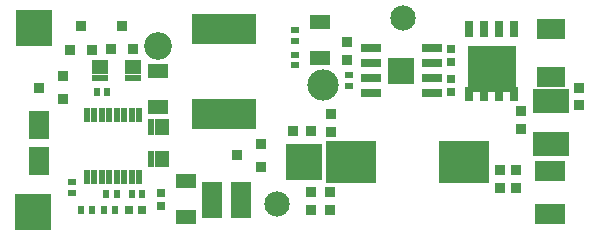
<source format=gts>
G04 #@! TF.FileFunction,Soldermask,Top*
%FSLAX46Y46*%
G04 Gerber Fmt 4.6, Leading zero omitted, Abs format (unit mm)*
G04 Created by KiCad (PCBNEW 0.201506222246+5806~23~ubuntu14.10.1-product) date Thu 09 Jul 2015 02:08:12 PM CDT*
%MOMM*%
G01*
G04 APERTURE LIST*
%ADD10C,0.100000*%
%ADD11C,2.152400*%
%ADD12R,1.652400X3.152400*%
%ADD13R,1.752400X2.352400*%
%ADD14R,1.752400X1.152400*%
%ADD15R,0.952400X0.902400*%
%ADD16R,0.652400X0.752400*%
%ADD17R,0.752400X0.652400*%
%ADD18R,0.902400X0.952400*%
%ADD19R,5.486400X2.551900*%
%ADD20R,4.252400X3.652400*%
%ADD21R,2.352400X1.652400*%
%ADD22R,2.552400X1.652400*%
%ADD23R,0.952500X0.952500*%
%ADD24R,0.752400X0.552400*%
%ADD25R,0.552400X0.752400*%
%ADD26R,1.402400X1.152400*%
%ADD27R,1.402400X0.552400*%
%ADD28R,1.152400X1.402400*%
%ADD29R,0.552400X1.402400*%
%ADD30R,0.571500X1.295400*%
%ADD31R,1.672400X0.752400*%
%ADD32R,2.302400X2.302400*%
%ADD33R,0.762400X1.422400*%
%ADD34R,0.762400X1.172400*%
%ADD35R,4.062400X3.962400*%
%ADD36R,3.152400X3.152400*%
%ADD37R,3.152400X2.152400*%
%ADD38C,2.652400*%
%ADD39C,2.352400*%
G04 APERTURE END LIST*
D10*
D11*
X126519940Y-106047540D03*
D12*
X123500000Y-105700000D03*
D13*
X106398060Y-99360860D03*
X106398060Y-102360860D03*
D14*
X118800000Y-104100000D03*
X118800000Y-107100000D03*
D15*
X129398460Y-99870260D03*
X127898460Y-99870260D03*
D16*
X141259560Y-94019460D03*
X141259560Y-92919460D03*
X141259560Y-95459460D03*
X141259560Y-96559460D03*
D17*
X115063360Y-106499660D03*
X113963360Y-106499660D03*
D16*
X116697760Y-105124160D03*
X116697760Y-106224160D03*
D18*
X131099560Y-99947160D03*
X131099560Y-98447160D03*
X131023360Y-105051160D03*
X131023360Y-106551160D03*
X129400300Y-105035920D03*
X129400300Y-106535920D03*
X132420360Y-93851160D03*
X132420360Y-92351160D03*
X147228560Y-99667760D03*
X147228560Y-98167760D03*
X152130760Y-96186560D03*
X152130760Y-97686560D03*
X146771360Y-104696960D03*
X146771360Y-103196960D03*
X145399760Y-104696960D03*
X145399760Y-103196960D03*
D19*
X122006360Y-98429210D03*
X122006360Y-91176710D03*
D20*
X142326560Y-102499160D03*
X132826560Y-102499160D03*
D21*
X149743160Y-91253560D03*
X149743160Y-95253560D03*
D22*
X149677120Y-103219640D03*
X149677120Y-106919640D03*
D23*
X112450000Y-92950760D03*
X114350000Y-92950760D03*
X113400000Y-90951780D03*
X108981200Y-92964000D03*
X110881200Y-92964000D03*
X109931200Y-90965020D03*
X108389420Y-97124560D03*
X108389420Y-95224560D03*
X106390440Y-96174560D03*
X125140720Y-102864960D03*
X125140720Y-100964960D03*
X123141740Y-101914960D03*
D24*
X109200000Y-104200000D03*
X109200000Y-105100000D03*
X128076960Y-94287760D03*
X128076960Y-93387760D03*
X128076960Y-91292260D03*
X128076960Y-92192260D03*
D25*
X115128460Y-105191560D03*
X114228460Y-105191560D03*
X112159200Y-96530160D03*
X111259200Y-96530160D03*
D26*
X114303400Y-94427560D03*
X111553400Y-94427560D03*
D27*
X114303400Y-95377560D03*
X111553400Y-95377560D03*
D25*
X110835860Y-106525060D03*
X109935860Y-106525060D03*
D28*
X116781060Y-102261260D03*
X116781060Y-99511260D03*
D29*
X115831060Y-102261260D03*
X115831060Y-99511260D03*
D25*
X112094860Y-105178860D03*
X112994860Y-105178860D03*
X112791660Y-106512360D03*
X111891660Y-106512360D03*
D30*
X112316260Y-103781860D03*
X111681260Y-103781860D03*
X110411260Y-103781860D03*
X111046260Y-103781860D03*
X112951260Y-103781860D03*
X113586260Y-103781860D03*
X114221260Y-103781860D03*
X114856260Y-103781860D03*
X114856260Y-98473260D03*
X114221260Y-98473260D03*
X113578640Y-98473260D03*
X112951260Y-98473260D03*
X112316260Y-98473260D03*
X111681260Y-98473260D03*
X111046260Y-98473260D03*
X110411260Y-98473260D03*
D31*
X139668560Y-96644460D03*
X139668560Y-95374460D03*
X139668560Y-94104460D03*
X139668560Y-92834460D03*
X134468560Y-92834460D03*
X134468560Y-94104460D03*
X134468560Y-95374460D03*
X134468560Y-96644460D03*
D32*
X137068560Y-94739460D03*
D24*
X132648960Y-95140360D03*
X132648960Y-96040360D03*
D33*
X146618960Y-91249040D03*
X145348960Y-91249040D03*
X144078960Y-91249040D03*
X142808960Y-91249040D03*
D34*
X142808960Y-96714040D03*
X144078960Y-96714040D03*
X145348960Y-96714040D03*
X146618960Y-96714040D03*
D35*
X144713960Y-94609040D03*
D36*
X128788160Y-102473760D03*
D37*
X149717760Y-97317560D03*
X149712680Y-100985320D03*
D38*
X130426460Y-95996760D03*
D14*
X130185160Y-93635960D03*
X130185160Y-90635960D03*
D39*
X116431060Y-92618560D03*
D14*
X116479320Y-94781240D03*
X116479320Y-97781240D03*
D36*
X105864660Y-106690160D03*
X105950000Y-91150000D03*
D12*
X121056400Y-105694480D03*
D11*
X137160000Y-90312240D03*
M02*

</source>
